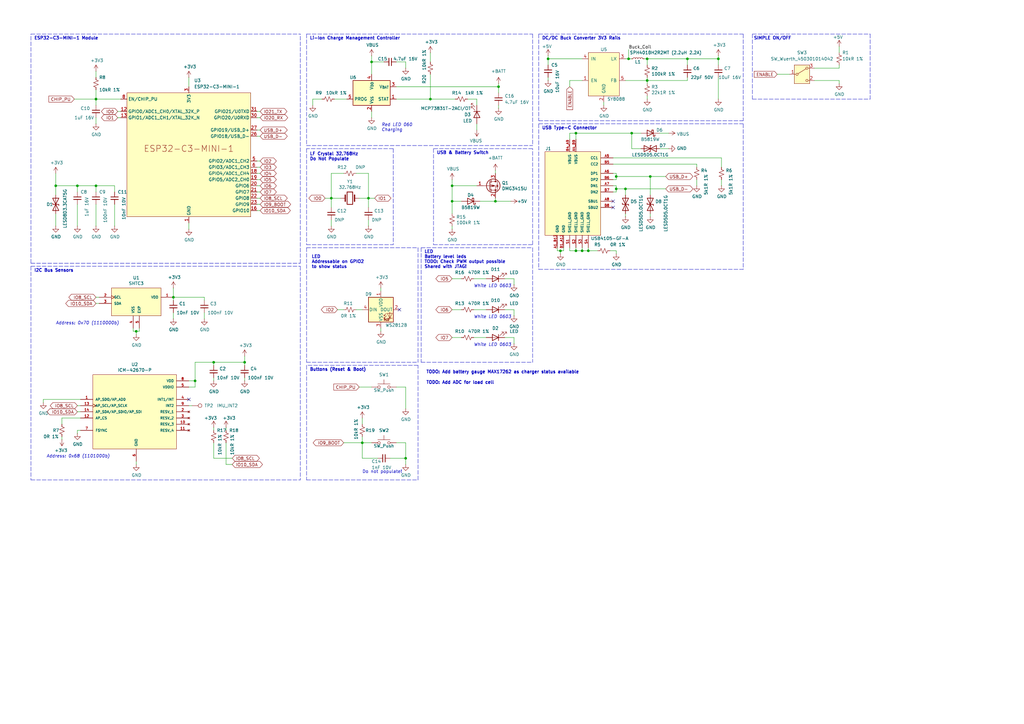
<source format=kicad_sch>
(kicad_sch (version 20250114) (generator "eeschema") (generator_version "9.0")
  (paper "A3")
  (title_block (title "ESP32-C3-Crimpdeq-Board") (date "2025-04-30") (rev "1.2a") (company "Crimpdeq") (comment 1 "ESP32-C3 Crimpdeq based board"))
  (text "USB Type-C Connector" (at 222.25 53.34 0) (effects (font (size 1.27 1.27) (thickness 0.254) (bold yes)) (justify left bottom)))
  (text "TODO: Add battery gauge MAX17262 as charger status available" (at 174.752 153.416 0) (effects (font (size 1.27 1.27) (thickness 0.254) (bold yes)) (justify left bottom)))
  (text "Do not populate!" (at 148.59 194.31 0) (effects (font (size 1.27 1.27)) (justify left bottom)))
  (text "Buttons (Reset & Boot)" (at 127 152.4 0) (effects (font (size 1.27 1.27) (thickness 0.254) (bold yes)) (justify left bottom)))
  (text "Address: 0x70 (1110000b)" (at 22.86 133.35 0) (effects (font (size 1.27 1.27) (italic yes)) (justify left bottom)))
  (text "Red LED 060\nCharging" (at 156.464 54.102 0) (effects (font (size 1.27 1.27) (italic yes)) (justify left bottom)))
  (text "LF Crystal 32.768Hz \nDo Not Populate" (at 127 66.04 0) (effects (font (size 1.27 1.27) (thickness 0.254) (bold yes)) (justify left bottom)))
  (text "DC/DC Buck Converter 3V3 Rails" (at 222.25 16.51 0) (effects (font (size 1.27 1.27) (thickness 0.254) (bold yes)) (justify left bottom)))
  (text "White LED 0603" (at 194.31 142.24 0) (effects (font (size 1.27 1.27) (italic yes)) (justify left bottom)))
  (text "USB & Battery Switch" (at 179.07 63.5 0) (effects (font (size 1.27 1.27) (thickness 0.254) (bold yes)) (justify left bottom)))
  (text "LED\nBattery level leds\nTODO: Check PWM output possible\nShared with JTAG!" (at 173.99 110.236 0) (effects (font (size 1.27 1.27) (thickness 0.254) (bold yes)) (justify left bottom)))
  (text "TODO: Add ADC for load cell" (at 174.752 157.734 0) (effects (font (size 1.27 1.27) (thickness 0.254) (bold yes)) (justify left bottom)))
  (text "White LED 0603" (at 194.31 130.81 0) (effects (font (size 1.27 1.27) (italic yes)) (justify left bottom)))
  (text "LED\nAddressable on GPIO2\nto show status" (at 127.762 110.236 0) (effects (font (size 1.27 1.27) (thickness 0.254) (bold yes)) (justify left bottom)))
  (text "Address: 0x68 (1101000b)" (at 19.05 187.96 0) (effects (font (size 1.27 1.27) (italic yes)) (justify left bottom)))
  (text "ESP32-C3-MINI-1 Module" (at 13.97 16.51 0) (effects (font (size 1.27 1.27) (thickness 0.254) (bold yes)) (justify left bottom)))
  (text "Li-Ion Charge Management Controller" (at 127 16.51 0) (effects (font (size 1.27 1.27) (thickness 0.254) (bold yes)) (justify left bottom)))
  (text "White LED 0603" (at 194.31 118.11 0) (effects (font (size 1.27 1.27) (italic yes)) (justify left bottom)))
  (text "SIMPLE ON/OFF" (at 309.118 16.51 0) (effects (font (size 1.27 1.27) (thickness 0.254) (bold yes)) (justify left bottom)))
  (text "I2C Bus Sensors" (at 13.97 111.76 0) (effects (font (size 1.27 1.27) (thickness 0.254) (bold yes)) (justify left bottom)))
  (junction (at 203.2 82.55))
  (junction (at 252.73 77.47))
  (junction (at 71.12 121.92))
  (junction (at 31.75 76.2))
  (junction (at 252.73 72.39))
  (junction (at 294.64 24.13))
  (junction (at 166.37 187.96))
  (junction (at 266.7 72.39))
  (junction (at 265.43 33.02))
  (junction (at 257.81 24.13))
  (junction (at 55.88 135.89))
  (junction (at 80.01 156.21))
  (junction (at 238.76 102.87))
  (junction (at 185.42 76.2))
  (junction (at 87.63 148.59))
  (junction (at 224.79 24.13))
  (junction (at 259.08 54.61))
  (junction (at 22.86 76.2))
  (junction (at 236.22 102.87))
  (junction (at 236.22 54.61))
  (junction (at 281.94 24.13))
  (junction (at 204.47 35.56))
  (junction (at 148.59 181.61))
  (junction (at 256.54 77.47))
  (junction (at 176.53 40.64))
  (junction (at 100.33 148.59))
  (junction (at 39.37 76.2))
  (junction (at 241.3 102.87))
  (junction (at 152.4 25.4))
  (junction (at 39.37 40.64))
  (junction (at 265.43 24.13))
  (junction (at 229.87 102.87))
  (junction (at 185.42 82.55))
  (junction (at 135.89 81.28))
  (junction (at 151.13 81.28))
  (no_connect (at 163.83 127))
  (no_connect (at 251.46 82.55))
  (no_connect (at 251.46 85.09))
  (no_connect (at 77.47 163.83))
  (polyline (pts (xy 172.72 101.6) (xy 172.72 148.59)) (stroke (width 0) (type dash)))
  (wire (pts (xy 236.22 54.61) (xy 259.08 54.61)))
  (polyline (pts (xy 12.7 13.97) (xy 123.19 13.97)) (stroke (width 0) (type dash)))
  (wire (pts (xy 247.65 41.91) (xy 247.65 43.18)))
  (polyline (pts (xy 356.87 13.97) (xy 356.87 40.64)) (stroke (width 0) (type dash)))
  (wire (pts (xy 46.99 83.82) (xy 46.99 92.71)))
  (polyline (pts (xy 177.8 100.33) (xy 218.44 100.33)) (stroke (width 0) (type dash)))
  (wire (pts (xy 148.59 179.07) (xy 148.59 181.61)))
  (wire (pts (xy 256.54 88.9) (xy 256.54 87.63)))
  (polyline (pts (xy 12.7 107.95) (xy 123.19 107.95)) (stroke (width 0) (type dash)))
  (wire (pts (xy 224.79 24.13) (xy 238.76 24.13)))
  (wire (pts (xy 71.12 118.11) (xy 71.12 121.92)))
  (wire (pts (xy 195.58 50.8) (xy 195.58 53.34)))
  (polyline (pts (xy 308.61 13.97) (xy 356.87 13.97)) (stroke (width 0) (type dash)))
  (wire (pts (xy 224.79 22.86) (xy 224.79 24.13)))
  (polyline (pts (xy 218.44 101.6) (xy 218.44 148.59)) (stroke (width 0) (type dash)))
  (wire (pts (xy 185.42 76.2) (xy 185.42 82.55)))
  (wire (pts (xy 100.33 148.59) (xy 87.63 148.59)))
  (wire (pts (xy 250.19 102.87) (xy 252.73 102.87)))
  (wire (pts (xy 30.48 40.64) (xy 39.37 40.64)))
  (wire (pts (xy 135.89 81.28) (xy 135.89 85.09)))
  (wire (pts (xy 135.89 81.28) (xy 133.35 81.28)))
  (wire (pts (xy 265.43 24.13) (xy 265.43 26.67)))
  (wire (pts (xy 100.33 146.05) (xy 100.33 148.59)))
  (wire (pts (xy 92.71 181.61) (xy 92.71 190.5)))
  (wire (pts (xy 33.02 176.53) (xy 31.75 176.53)))
  (wire (pts (xy 148.59 171.45) (xy 148.59 173.99)))
  (wire (pts (xy 39.37 48.26) (xy 39.37 50.8)))
  (wire (pts (xy 135.89 90.17) (xy 135.89 92.71)))
  (wire (pts (xy 265.43 39.37) (xy 265.43 40.64)))
  (wire (pts (xy 71.12 128.27) (xy 71.12 130.81)))
  (polyline (pts (xy 220.98 50.8) (xy 304.8 50.8)) (stroke (width 0) (type dash)))
  (wire (pts (xy 100.33 154.94) (xy 100.33 156.21)))
  (wire (pts (xy 207.01 138.43) (xy 210.82 138.43)))
  (wire (pts (xy 236.22 101.6) (xy 236.22 102.87)))
  (polyline (pts (xy 304.8 50.8) (xy 304.8 110.49)) (stroke (width 0) (type dash)))
  (wire (pts (xy 238.76 101.6) (xy 238.76 102.87)))
  (wire (pts (xy 185.42 82.55) (xy 185.42 87.63)))
  (wire (pts (xy 295.91 64.77) (xy 295.91 68.58)))
  (wire (pts (xy 162.56 158.75) (xy 166.37 158.75)))
  (polyline (pts (xy 220.98 49.53) (xy 304.8 49.53)) (stroke (width 0) (type dash)))
  (wire (pts (xy 139.7 81.28) (xy 135.89 81.28)))
  (wire (pts (xy 33.02 163.83) (xy 17.78 163.83)))
  (wire (pts (xy 33.02 171.45) (xy 25.4 171.45)))
  (polyline (pts (xy 123.19 109.22) (xy 123.19 196.85)) (stroke (width 0) (type dash)))
  (wire (pts (xy 252.73 77.47) (xy 256.54 77.47)))
  (wire (pts (xy 156.21 134.62) (xy 156.21 135.89)))
  (wire (pts (xy 334.01 33.02) (xy 344.17 33.02)))
  (wire (pts (xy 233.68 33.02) (xy 238.76 33.02)))
  (wire (pts (xy 166.37 187.96) (xy 166.37 190.5)))
  (wire (pts (xy 71.12 123.19) (xy 71.12 121.92)))
  (wire (pts (xy 176.53 40.64) (xy 186.69 40.64)))
  (wire (pts (xy 236.22 102.87) (xy 238.76 102.87)))
  (wire (pts (xy 294.64 24.13) (xy 294.64 26.67)))
  (wire (pts (xy 22.86 76.2) (xy 22.86 80.01)))
  (wire (pts (xy 204.47 34.29) (xy 204.47 35.56)))
  (wire (pts (xy 39.37 76.2) (xy 39.37 78.74)))
  (wire (pts (xy 152.4 25.4) (xy 157.48 25.4)))
  (wire (pts (xy 105.41 76.2) (xy 106.68 76.2)))
  (wire (pts (xy 259.08 54.61) (xy 262.89 54.61)))
  (wire (pts (xy 262.89 60.96) (xy 259.08 60.96)))
  (wire (pts (xy 256.54 80.01) (xy 256.54 77.47)))
  (wire (pts (xy 55.88 137.16) (xy 55.88 135.89)))
  (wire (pts (xy 83.82 128.27) (xy 83.82 130.81)))
  (wire (pts (xy 135.89 71.12) (xy 135.89 81.28)))
  (wire (pts (xy 77.47 91.44) (xy 77.47 93.98)))
  (wire (pts (xy 160.02 187.96) (xy 166.37 187.96)))
  (wire (pts (xy 233.68 102.87) (xy 236.22 102.87)))
  (wire (pts (xy 241.3 102.87) (xy 241.3 101.6)))
  (wire (pts (xy 285.75 73.66) (xy 285.75 76.2)))
  (wire (pts (xy 238.76 102.87) (xy 241.3 102.87)))
  (wire (pts (xy 148.59 187.96) (xy 154.94 187.96)))
  (wire (pts (xy 31.75 76.2) (xy 22.86 76.2)))
  (wire (pts (xy 252.73 73.66) (xy 251.46 73.66)))
  (wire (pts (xy 252.73 76.2) (xy 252.73 77.47)))
  (wire (pts (xy 203.2 71.12) (xy 203.2 69.85)))
  (wire (pts (xy 344.17 33.02) (xy 344.17 34.29)))
  (wire (pts (xy 204.47 35.56) (xy 204.47 38.1)))
  (wire (pts (xy 140.97 71.12) (xy 135.89 71.12)))
  (polyline (pts (xy 220.98 13.97) (xy 304.8 13.97)) (stroke (width 0) (type dash)))
  (wire (pts (xy 100.33 149.86) (xy 100.33 148.59)))
  (wire (pts (xy 152.4 48.26) (xy 152.4 45.72)))
  (wire (pts (xy 203.2 82.55) (xy 209.55 82.55)))
  (wire (pts (xy 257.81 24.13) (xy 259.08 24.13)))
  (wire (pts (xy 87.63 148.59) (xy 80.01 148.59)))
  (wire (pts (xy 106.68 55.88) (xy 105.41 55.88)))
  (wire (pts (xy 105.41 73.66) (xy 106.68 73.66)))
  (wire (pts (xy 256.54 77.47) (xy 273.05 77.47)))
  (wire (pts (xy 185.42 127) (xy 189.23 127)))
  (wire (pts (xy 105.41 71.12) (xy 106.68 71.12)))
  (wire (pts (xy 137.16 40.64) (xy 142.24 40.64)))
  (wire (pts (xy 236.22 54.61) (xy 236.22 57.15)))
  (wire (pts (xy 294.64 31.75) (xy 294.64 40.64)))
  (polyline (pts (xy 171.45 196.85) (xy 171.45 149.86)) (stroke (width 0) (type dash)))
  (wire (pts (xy 48.26 48.26) (xy 49.53 48.26)))
  (polyline (pts (xy 12.7 107.95) (xy 12.7 13.97)) (stroke (width 0) (type dash)))
  (wire (pts (xy 166.37 25.4) (xy 166.37 27.94)))
  (wire (pts (xy 54.61 134.62) (xy 54.61 135.89)))
  (wire (pts (xy 228.6 102.87) (xy 229.87 102.87)))
  (wire (pts (xy 105.41 78.74) (xy 106.68 78.74)))
  (wire (pts (xy 152.4 22.86) (xy 152.4 25.4)))
  (wire (pts (xy 55.88 135.89) (xy 57.15 135.89)))
  (polyline (pts (xy 12.7 109.22) (xy 123.19 109.22)) (stroke (width 0) (type dash)))
  (polyline (pts (xy 218.44 100.33) (xy 218.44 60.96)) (stroke (width 0) (type dash)))
  (wire (pts (xy 46.99 78.74) (xy 46.99 76.2)))
  (wire (pts (xy 166.37 181.61) (xy 166.37 187.96)))
  (wire (pts (xy 259.08 60.96) (xy 259.08 54.61)))
  (wire (pts (xy 77.47 31.75) (xy 77.47 35.56)))
  (wire (pts (xy 105.41 45.72) (xy 106.68 45.72)))
  (wire (pts (xy 54.61 135.89) (xy 55.88 135.89)))
  (wire (pts (xy 191.77 40.64) (xy 195.58 40.64)))
  (wire (pts (xy 156.21 118.11) (xy 156.21 119.38)))
  (wire (pts (xy 281.94 31.75) (xy 281.94 33.02)))
  (wire (pts (xy 251.46 76.2) (xy 252.73 76.2)))
  (wire (pts (xy 46.99 76.2) (xy 39.37 76.2)))
  (wire (pts (xy 207.01 127) (xy 210.82 127)))
  (wire (pts (xy 105.41 86.36) (xy 106.68 86.36)))
  (wire (pts (xy 266.7 72.39) (xy 273.05 72.39)))
  (polyline (pts (xy 220.98 13.97) (xy 220.98 49.53)) (stroke (width 0) (type dash)))
  (wire (pts (xy 256.54 33.02) (xy 265.43 33.02)))
  (wire (pts (xy 344.17 26.67) (xy 344.17 27.94)))
  (wire (pts (xy 77.47 158.75) (xy 80.01 158.75)))
  (polyline (pts (xy 125.73 13.97) (xy 125.73 59.69)) (stroke (width 0) (type dash)))
  (wire (pts (xy 176.53 21.59) (xy 176.53 25.4)))
  (polyline (pts (xy 125.73 13.97) (xy 218.44 13.97)) (stroke (width 0) (type dash)))
  (polyline (pts (xy 125.73 101.6) (xy 125.73 148.59)) (stroke (width 0) (type dash)))
  (wire (pts (xy 203.2 81.28) (xy 203.2 82.55)))
  (wire (pts (xy 231.14 102.87) (xy 231.14 101.6)))
  (wire (pts (xy 295.91 73.66) (xy 295.91 76.2)))
  (polyline (pts (xy 172.72 101.6) (xy 218.44 101.6)) (stroke (width 0) (type dash)))
  (wire (pts (xy 185.42 73.66) (xy 185.42 76.2)))
  (wire (pts (xy 166.37 158.75) (xy 166.37 167.64)))
  (wire (pts (xy 162.56 181.61) (xy 166.37 181.61)))
  (wire (pts (xy 83.82 123.19) (xy 83.82 121.92)))
  (wire (pts (xy 334.01 27.94) (xy 344.17 27.94)))
  (wire (pts (xy 294.64 22.86) (xy 294.64 24.13)))
  (wire (pts (xy 146.05 127) (xy 148.59 127)))
  (wire (pts (xy 138.43 127) (xy 140.97 127)))
  (wire (pts (xy 251.46 71.12) (xy 252.73 71.12)))
  (wire (pts (xy 92.71 175.26) (xy 92.71 176.53)))
  (wire (pts (xy 233.68 54.61) (xy 236.22 54.61)))
  (wire (pts (xy 194.31 138.43) (xy 199.39 138.43)))
  (wire (pts (xy 224.79 31.75) (xy 224.79 33.02)))
  (wire (pts (xy 265.43 24.13) (xy 281.94 24.13)))
  (wire (pts (xy 252.73 72.39) (xy 266.7 72.39)))
  (wire (pts (xy 210.82 138.43) (xy 210.82 140.97)))
  (wire (pts (xy 233.68 54.61) (xy 233.68 57.15)))
  (wire (pts (xy 185.42 138.43) (xy 189.23 138.43)))
  (polyline (pts (xy 218.44 60.96) (xy 177.8 60.96)) (stroke (width 0) (type dash)))
  (wire (pts (xy 55.88 189.23) (xy 55.88 190.5)))
  (wire (pts (xy 83.82 121.92) (xy 71.12 121.92)))
  (polyline (pts (xy 304.8 13.97) (xy 304.8 49.53)) (stroke (width 0) (type dash)))
  (wire (pts (xy 105.41 81.28) (xy 106.68 81.28)))
  (wire (pts (xy 224.79 26.67) (xy 224.79 24.13)))
  (wire (pts (xy 176.53 30.48) (xy 176.53 40.64)))
  (polyline (pts (xy 12.7 196.85) (xy 123.19 196.85)) (stroke (width 0) (type dash)))
  (wire (pts (xy 151.13 81.28) (xy 151.13 85.09)))
  (wire (pts (xy 229.87 102.87) (xy 231.14 102.87)))
  (wire (pts (xy 229.87 102.87) (xy 229.87 104.14)))
  (wire (pts (xy 39.37 29.21) (xy 39.37 31.75)))
  (wire (pts (xy 57.15 135.89) (xy 57.15 134.62)))
  (wire (pts (xy 195.58 40.64) (xy 195.58 43.18)))
  (polyline (pts (xy 172.72 148.59) (xy 218.44 148.59)) (stroke (width 0) (type dash)))
  (wire (pts (xy 189.23 82.55) (xy 185.42 82.55)))
  (wire (pts (xy 265.43 31.75) (xy 265.43 33.02)))
  (wire (pts (xy 31.75 166.37) (xy 33.02 166.37)))
  (wire (pts (xy 147.32 158.75) (xy 152.4 158.75)))
  (wire (pts (xy 270.51 54.61) (xy 274.32 54.61)))
  (polyline (pts (xy 125.73 149.86) (xy 125.73 196.85)) (stroke (width 0) (type dash)))
  (wire (pts (xy 241.3 102.87) (xy 245.11 102.87)))
  (wire (pts (xy 228.6 101.6) (xy 228.6 102.87)))
  (polyline (pts (xy 123.19 107.95) (xy 123.19 13.97)) (stroke (width 0) (type dash)))
  (wire (pts (xy 162.56 25.4) (xy 166.37 25.4)))
  (polyline (pts (xy 220.98 50.8) (xy 220.98 110.49)) (stroke (width 0) (type dash)))
  (wire (pts (xy 105.41 66.04) (xy 106.68 66.04)))
  (wire (pts (xy 87.63 175.26) (xy 87.63 176.53)))
  (wire (pts (xy 281.94 33.02) (xy 265.43 33.02)))
  (polyline (pts (xy 308.61 13.97) (xy 308.61 40.64)) (stroke (width 0) (type dash)))
  (wire (pts (xy 194.31 127) (xy 199.39 127)))
  (polyline (pts (xy 218.44 13.97) (xy 218.44 59.69)) (stroke (width 0) (type dash)))
  (wire (pts (xy 281.94 24.13) (xy 281.94 26.67)))
  (wire (pts (xy 105.41 83.82) (xy 106.68 83.82)))
  (polyline (pts (xy 161.29 60.96) (xy 161.29 100.33)) (stroke (width 0) (type dash)))
  (wire (pts (xy 210.82 114.3) (xy 210.82 116.84)))
  (wire (pts (xy 252.73 77.47) (xy 252.73 78.74)))
  (wire (pts (xy 146.05 71.12) (xy 151.13 71.12)))
  (wire (pts (xy 105.41 48.26) (xy 106.68 48.26)))
  (polyline (pts (xy 125.73 196.85) (xy 171.45 196.85)) (stroke (width 0) (type dash)))
  (wire (pts (xy 265.43 33.02) (xy 265.43 34.29)))
  (wire (pts (xy 256.54 24.13) (xy 257.81 24.13)))
  (wire (pts (xy 39.37 40.64) (xy 39.37 43.18)))
  (wire (pts (xy 344.17 19.05) (xy 344.17 21.59)))
  (polyline (pts (xy 161.29 60.96) (xy 125.73 60.96)) (stroke (width 0) (type dash)))
  (wire (pts (xy 162.56 35.56) (xy 204.47 35.56)))
  (wire (pts (xy 147.32 81.28) (xy 151.13 81.28)))
  (wire (pts (xy 252.73 71.12) (xy 252.73 72.39)))
  (wire (pts (xy 270.51 60.96) (xy 274.32 60.96)))
  (wire (pts (xy 39.37 40.64) (xy 49.53 40.64)))
  (wire (pts (xy 31.75 168.91) (xy 33.02 168.91)))
  (polyline (pts (xy 125.73 101.6) (xy 171.45 101.6)) (stroke (width 0) (type dash)))
  (polyline (pts (xy 308.61 40.64) (xy 356.87 40.64)) (stroke (width 0) (type dash)))
  (wire (pts (xy 39.37 124.46) (xy 40.64 124.46)))
  (polyline (pts (xy 12.7 109.22) (xy 12.7 196.85)) (stroke (width 0) (type dash)))
  (wire (pts (xy 80.01 148.59) (xy 80.01 156.21)))
  (wire (pts (xy 105.41 68.58) (xy 106.68 68.58)))
  (wire (pts (xy 281.94 24.13) (xy 294.64 24.13)))
  (wire (pts (xy 39.37 121.92) (xy 40.64 121.92)))
  (wire (pts (xy 152.4 25.4) (xy 152.4 30.48)))
  (wire (pts (xy 185.42 114.3) (xy 189.23 114.3)))
  (polyline (pts (xy 125.73 100.33) (xy 161.29 100.33)) (stroke (width 0) (type dash)))
  (wire (pts (xy 148.59 187.96) (xy 148.59 181.61)))
  (wire (pts (xy 204.47 44.45) (xy 204.47 43.18)))
  (wire (pts (xy 257.81 20.32) (xy 257.81 24.13)))
  (wire (pts (xy 264.16 24.13) (xy 265.43 24.13)))
  (wire (pts (xy 252.73 102.87) (xy 252.73 104.14)))
  (wire (pts (xy 31.75 176.53) (xy 31.75 177.8)))
  (wire (pts (xy 148.59 181.61) (xy 152.4 181.61)))
  (wire (pts (xy 25.4 171.45) (xy 25.4 173.99)))
  (wire (pts (xy 266.7 80.01) (xy 266.7 72.39)))
  (wire (pts (xy 140.97 181.61) (xy 148.59 181.61)))
  (wire (pts (xy 185.42 93.98) (xy 185.42 92.71)))
  (wire (pts (xy 25.4 180.34) (xy 25.4 179.07)))
  (wire (pts (xy 251.46 64.77) (xy 295.91 64.77)))
  (wire (pts (xy 48.26 45.72) (xy 49.53 45.72)))
  (wire (pts (xy 233.68 101.6) (xy 233.68 102.87)))
  (wire (pts (xy 106.68 53.34) (xy 105.41 53.34)))
  (wire (pts (xy 252.73 78.74) (xy 251.46 78.74)))
  (wire (pts (xy 132.08 40.64) (xy 128.27 40.64)))
  (wire (pts (xy 196.85 82.55) (xy 203.2 82.55)))
  (wire (pts (xy 266.7 88.9) (xy 266.7 87.63)))
  (wire (pts (xy 207.01 114.3) (xy 210.82 114.3)))
  (wire (pts (xy 128.27 40.64) (xy 128.27 43.18)))
  (wire (pts (xy 92.71 190.5) (xy 95.25 190.5)))
  (wire (pts (xy 77.47 156.21) (xy 80.01 156.21)))
  (polyline (pts (xy 177.8 60.96) (xy 177.8 100.33)) (stroke (width 0) (type dash)))
  (wire (pts (xy 195.58 76.2) (xy 185.42 76.2)))
  (polyline (pts (xy 125.73 60.96) (xy 125.73 100.33)) (stroke (width 0) (type dash)))
  (wire (pts (xy 31.75 76.2) (xy 39.37 76.2)))
  (wire (pts (xy 151.13 71.12) (xy 151.13 81.28)))
  (wire (pts (xy 22.86 87.63) (xy 22.86 92.71)))
  (wire (pts (xy 194.31 114.3) (xy 199.39 114.3)))
  (wire (pts (xy 87.63 181.61) (xy 87.63 187.96)))
  (wire (pts (xy 80.01 158.75) (xy 80.01 156.21)))
  (wire (pts (xy 285.75 67.31) (xy 285.75 68.58)))
  (wire (pts (xy 77.47 166.37) (xy 78.74 166.37)))
  (wire (pts (xy 151.13 90.17) (xy 151.13 92.71)))
  (wire (pts (xy 22.86 71.12) (xy 22.86 76.2)))
  (wire (pts (xy 151.13 81.28) (xy 153.67 81.28)))
  (wire (pts (xy 39.37 40.64) (xy 39.37 36.83)))
  (wire (pts (xy 31.75 92.71) (xy 31.75 83.82)))
  (wire (pts (xy 31.75 78.74) (xy 31.75 76.2)))
  (wire (pts (xy 87.63 187.96) (xy 95.25 187.96)))
  (wire (pts (xy 87.63 149.86) (xy 87.63 148.59)))
  (wire (pts (xy 233.68 33.02) (xy 233.68 35.56)))
  (wire (pts (xy 252.73 72.39) (xy 252.73 73.66)))
  (wire (pts (xy 87.63 154.94) (xy 87.63 156.21)))
  (polyline (pts (xy 171.45 149.86) (xy 125.73 149.86)) (stroke (width 0) (type dash)))
  (wire (pts (xy 210.82 127) (xy 210.82 129.54)))
  (wire (pts (xy 17.78 163.83) (xy 17.78 165.1)))
  (polyline (pts (xy 220.98 110.49) (xy 304.8 110.49)) (stroke (width 0) (type dash)))
  (wire (pts (xy 251.46 67.31) (xy 285.75 67.31)))
  (polyline (pts (xy 125.73 59.69) (xy 218.44 59.69)) (stroke (width 0) (type dash)))
  (wire (pts (xy 39.37 83.82) (xy 39.37 92.71)))
  (wire (pts (xy 162.56 40.64) (xy 176.53 40.64)))
  (wire (pts (xy 318.77 30.48) (xy 323.85 30.48)))
  (polyline (pts (xy 125.73 148.59) (xy 171.45 148.59)) (stroke (width 0) (type dash)))
  (polyline (pts (xy 171.45 101.6) (xy 171.45 148.59)) (stroke (width 0) (type dash)))
  (label "Buck_Coil" (at 257.81 20.32 0))
  (global_label "IO2" (shape bidirectional) (at 106.68 66.04 0) (property "Intersheetrefs" "${INTERSHEET_REFS}" (effects (hide yes))))
  (global_label "IO6" (shape bidirectional) (at 106.68 76.2 0) (property "Intersheetrefs" "${INTERSHEET_REFS}" (effects (hide yes))))
  (global_label "USB_D-" (shape bidirectional) (at 273.05 77.47 0) (property "Intersheetrefs" "${INTERSHEET_REFS}" (effects (hide yes))))
  (global_label "ENABLE" (shape input) (at 233.68 35.56 270) (property "Intersheetrefs" "${INTERSHEET_REFS}" (effects (hide yes))))
  (global_label "IO8_SCL" (shape bidirectional) (at 31.75 166.37 180) (property "Intersheetrefs" "${INTERSHEET_REFS}" (effects (hide yes))))
  (global_label "IO8_SCL" (shape bidirectional) (at 95.25 187.96 0) (property "Intersheetrefs" "${INTERSHEET_REFS}" (effects (hide yes))))
  (global_label "IO0" (shape bidirectional) (at 133.35 81.28 180) (property "Intersheetrefs" "${INTERSHEET_REFS}" (effects (hide yes))))
  (global_label "IO9_BOOT" (shape bidirectional) (at 140.97 181.61 180) (property "Intersheetrefs" "${INTERSHEET_REFS}" (effects (hide yes))))
  (global_label "USB_D+" (shape bidirectional) (at 106.68 53.34 0) (property "Intersheetrefs" "${INTERSHEET_REFS}" (effects (hide yes))))
  (global_label "IO8_SCL" (shape bidirectional) (at 39.37 121.92 180) (property "Intersheetrefs" "${INTERSHEET_REFS}" (effects (hide yes))))
  (global_label "IO10_SDA" (shape bidirectional) (at 31.75 168.91 180) (property "Intersheetrefs" "${INTERSHEET_REFS}" (effects (hide yes))))
  (global_label "IO8_SCL" (shape bidirectional) (at 106.68 81.28 0) (property "Intersheetrefs" "${INTERSHEET_REFS}" (effects (hide yes))))
  (global_label "IO1" (shape bidirectional) (at 48.26 48.26 180) (property "Intersheetrefs" "${INTERSHEET_REFS}" (effects (hide yes))))
  (global_label "IO5" (shape bidirectional) (at 185.42 114.3 180) (property "Intersheetrefs" "${INTERSHEET_REFS}" (effects (hide yes))))
  (global_label "IO7" (shape bidirectional) (at 185.42 138.43 180) (property "Intersheetrefs" "${INTERSHEET_REFS}" (effects (hide yes))))
  (global_label "IO0" (shape bidirectional) (at 48.26 45.72 180) (property "Intersheetrefs" "${INTERSHEET_REFS}" (effects (hide yes))))
  (global_label "USB_D+" (shape bidirectional) (at 273.05 72.39 0) (property "Intersheetrefs" "${INTERSHEET_REFS}" (effects (hide yes))))
  (global_label "IO3" (shape bidirectional) (at 106.68 68.58 0) (property "Intersheetrefs" "${INTERSHEET_REFS}" (effects (hide yes))))
  (global_label "IO10_SDA" (shape bidirectional) (at 106.68 86.36 0) (property "Intersheetrefs" "${INTERSHEET_REFS}" (effects (hide yes))))
  (global_label "IO1" (shape bidirectional) (at 153.67 81.28 0) (property "Intersheetrefs" "${INTERSHEET_REFS}" (effects (hide yes))))
  (global_label "IO5" (shape bidirectional) (at 106.68 73.66 0) (property "Intersheetrefs" "${INTERSHEET_REFS}" (effects (hide yes))))
  (global_label "IO4" (shape bidirectional) (at 106.68 71.12 0) (property "Intersheetrefs" "${INTERSHEET_REFS}" (effects (hide yes))))
  (global_label "IO9_BOOT" (shape bidirectional) (at 106.68 83.82 0) (property "Intersheetrefs" "${INTERSHEET_REFS}" (effects (hide yes))))
  (global_label "IO20_RX" (shape bidirectional) (at 106.68 48.26 0) (property "Intersheetrefs" "${INTERSHEET_REFS}" (effects (hide yes))))
  (global_label "CHIP_PU" (shape input) (at 30.48 40.64 180) (property "Intersheetrefs" "${INTERSHEET_REFS}" (effects (hide yes))))
  (global_label "CHIP_PU" (shape input) (at 147.32 158.75 180) (property "Intersheetrefs" "${INTERSHEET_REFS}" (effects (hide yes))))
  (global_label "ENABLE" (shape input) (at 318.77 30.48 180) (property "Intersheetrefs" "${INTERSHEET_REFS}" (effects (hide yes))))
  (global_label "IO10_SDA" (shape bidirectional) (at 95.25 190.5 0) (property "Intersheetrefs" "${INTERSHEET_REFS}" (effects (hide yes))))
  (global_label "IO7" (shape bidirectional) (at 106.68 78.74 0) (property "Intersheetrefs" "${INTERSHEET_REFS}" (effects (hide yes))))
  (global_label "IO21_TX" (shape bidirectional) (at 106.68 45.72 0) (property "Intersheetrefs" "${INTERSHEET_REFS}" (effects (hide yes))))
  (global_label "USB_D-" (shape bidirectional) (at 106.68 55.88 0) (property "Intersheetrefs" "${INTERSHEET_REFS}" (effects (hide yes))))
  (global_label "IO10_SDA" (shape bidirectional) (at 39.37 124.46 180) (property "Intersheetrefs" "${INTERSHEET_REFS}" (effects (hide yes))))
  (global_label "IO6" (shape bidirectional) (at 185.42 127 180) (property "Intersheetrefs" "${INTERSHEET_REFS}" (effects (hide yes))))
  (global_label "IO2" (shape bidirectional) (at 138.43 127 180) (property "Intersheetrefs" "${INTERSHEET_REFS}" (effects (hide yes))))
  (symbol (lib_id "Rust_Board:ICM-42670-P") (at 55.88 168.91 0) (unit 1)
    (property "Reference" "U2" (at 55.245 149.479 0))
    (property "Value" "ICM-42670-P" (at 55.245 151.7904 0))
    (property "Footprint" "IC_ICM-42670-P" (effects (hide yes)))
    (property "MAXIMUM_PACKAGE_HEIGHT" "0.81mm" (effects (hide yes)))
    (property "MANUFACTURER" "TDK InvenSense" (effects (hide yes)))
    (property "PARTREV" "1.0" (effects (hide yes)))
    (property "STANDARD" "Manufacturer Recommendations" (effects (hide yes)))
  )
  (symbol (lib_id "Rust_Board:SHTC3") (at 55.88 119.38 0) (unit 1)
    (property "Reference" "U1" (at 55.88 113.919 0))
    (property "Value" "SHTC3" (at 55.88 116.2304 0))
    (property "Footprint" "SON100P200X200X80-5N" (effects (hide yes)))
    (property "PARTREV" "3" (effects (hide yes)))
    (property "MANUFACTURER" "Sensirion" (effects (hide yes)))
    (property "MAXIMUM_PACKAGE_HEIGHT" "0.80mm" (effects (hide yes)))
    (property "STANDARD" "IPC-7351B" (effects (hide yes)))
    (property "LCSC" "C194656" (effects (hide yes)))
  )
  (symbol (lib_id "Rust_Board:SY8088") (at 247.65 30.48 0) (unit 1)
    (property "Reference" "U5" (at 247.65 20.32 0))
    (property "Value" "SY8088" (at 252.73 40.64 0))
    (property "Footprint" "Package_TO_SOT_SMD:SOT-23-5" (effects (hide yes)))
    (property "Datasheet" "https://www.lcsc.com/datasheet/lcsc_datasheet_2001171834_Silergy-Corp-SY8088IAAC_C479072.pdf" (effects (hide yes)))
    (property "Description" "SY8088I is a high efficiency 1.5MHz synchronous step down DC/DC regulator capable of delivering up to 1Aoutput current. It can operate over a wide input voltage range  from  2.5V  to  5.5V  and  integrates  main  switch and   synchronous   switch   with   very   low   RDS(ON)   to minimize the conduction loss." (effects (hide yes)))
    (property "LCSC" "C479072" (effects (hide yes)))
  )
  (symbol (lib_id "Rust_Board:USB4105-GF-A") (at 234.95 78.74 0) (unit 1)
    (property "Reference" "J1" (at 226.06 60.96 0) (effects (justify right)))
    (property "Value" "USB4105-GF-A" (at 257.81 97.79 0) (effects (justify right)))
    (property "Footprint" "GCT_USB4105-GF-A" (effects (hide yes)))
    (property "PARTREV" "A3" (effects (hide yes)))
    (property "STANDARD" "Manufacturer Recommendations" (effects (hide yes)))
    (property "MAXIMUM_PACKAGE_HEIGHT" "3.31 mm" (effects (hide yes)))
    (property "MANUFACTURER" "GCT" (effects (hide yes)))
    (property "LCSC" "C165948" (effects (hide yes)))
  )
  (symbol (lib_id "power:GND") (at 247.65 43.18 0) (unit 1)
    (property "Reference" "#PWR0101" (effects (hide yes)))
    (property "Value" "GND" (at 247.777 47.5742 0))
  )
  (symbol (lib_id "Device:C_Small") (at 224.79 29.21 0) (unit 1)
    (property "Reference" "C5" (at 226.06 26.67 0) (effects (justify left)))
    (property "Value" "10uF 16V" (at 228.6 38.1 90) (effects (justify left)))
    (property "Footprint" "Capacitor_SMD:C_0805_2012Metric" (effects (hide yes)))
    (property "LCSC" "C15850" (effects (hide yes)))
  )
  (symbol (lib_id "Device:C_Small") (at 281.94 29.21 0) (unit 1)
    (property "Reference" "C6" (at 284.2768 28.0416 0) (effects (justify left)))
    (property "Value" "22pF 50V" (at 283.21 31.75 0) (effects (justify left)))
    (property "Footprint" "Capacitor_SMD:C_0603_1608Metric" (effects (hide yes)))
    (property "LCSC" "C1653" (effects (hide yes)))
  )
  (symbol (lib_id "Device:C_Small") (at 294.64 29.21 0) (unit 1)
    (property "Reference" "C7" (at 296.9768 28.0416 0) (effects (justify left)))
    (property "Value" "10uF 16V" (at 294.64 31.75 0) (effects (justify left)))
    (property "Footprint" "Capacitor_SMD:C_0805_2012Metric" (effects (hide yes)))
    (property "LCSC" "C15850" (effects (hide yes)))
  )
  (symbol (lib_id "Device:R_Small_US") (at 265.43 29.21 0) (unit 1)
    (property "Reference" "R2" (at 267.1572 28.0416 0) (effects (justify left)))
    (property "Value" "100kR 1%" (at 267.1572 30.353 0) (effects (justify left)))
    (property "Footprint" "Resistor_SMD:R_0402_1005Metric" (effects (hide yes)))
    (property "LCSC" "C25741" (effects (hide yes)))
  )
  (symbol (lib_id "Device:R_Small_US") (at 265.43 36.83 0) (unit 1)
    (property "Reference" "R3" (at 267.1572 35.6616 0) (effects (justify left)))
    (property "Value" "22k1R 1%" (at 267.1572 37.973 0) (effects (justify left)))
    (property "Footprint" "Resistor_SMD:R_0402_1005Metric" (effects (hide yes)))
    (property "LCSC" "C43473" (effects (hide yes)))
  )
  (symbol (lib_id "Device:L_Small") (at 261.62 24.13 90) (unit 1)
    (property "Reference" "L1" (at 261.62 25.4 90))
    (property "Value" "SPH4018H2R2MT (2.2uH 2.2A)" (at 273.05 21.59 90))
    (property "Footprint" "Inductor_SMD:L_Bourns-SRN4018" (effects (hide yes)))
    (property "LCSC" "C370436" (effects (hide yes)))
  )
  (symbol (lib_id "power:GND") (at 265.43 40.64 0) (unit 1)
    (property "Reference" "#PWR0102" (effects (hide yes)))
    (property "Value" "GND" (at 265.557 45.0342 0))
  )
  (symbol (lib_id "power:GND") (at 294.64 40.64 0) (unit 1)
    (property "Reference" "#PWR0103" (effects (hide yes)))
    (property "Value" "GND" (at 294.767 45.0342 0))
  )
  (symbol (lib_id "power:GND") (at 224.79 33.02 0) (unit 1)
    (property "Reference" "#PWR0104" (effects (hide yes)))
    (property "Value" "GND" (at 224.917 37.4142 0))
  )
  (symbol (lib_id "power:+3V3") (at 294.64 22.86 0) (unit 1)
    (property "Reference" "#PWR0106" (effects (hide yes)))
    (property "Value" "+3V3" (at 295.021 18.4658 0))
  )
  (symbol (lib_id "Device:R_Small_US") (at 344.17 24.13 0) (unit 1)
    (property "Reference" "R1" (at 345.44 21.59 0) (effects (justify left)))
    (property "Value" "10kR 1%" (at 345.44 24.13 0) (effects (justify left)))
    (property "Footprint" "Resistor_SMD:R_0402_1005Metric" (effects (hide yes)))
    (property "LCSC" "C25744" (effects (hide yes)))
  )
  (symbol (lib_id "power:VBUS") (at 274.32 54.61 270) (unit 1)
    (property "Reference" "#PWR0107" (effects (hide yes)))
    (property "Value" "VBUS" (at 277.5712 54.991 90) (effects (justify left)))
  )
  (symbol (lib_id "power:GND") (at 252.73 104.14 0) (unit 1)
    (property "Reference" "#PWR0108" (effects (hide yes)))
    (property "Value" "GND" (at 252.857 108.5342 0))
  )
  (symbol (lib_id "Device:R_Small_US") (at 285.75 71.12 0) (unit 1)
    (property "Reference" "R4" (at 287.4772 69.9516 0) (effects (justify left)))
    (property "Value" "5k1R 1%" (at 289.56 80.01 90) (effects (justify left)))
    (property "Footprint" "Resistor_SMD:R_0402_1005Metric" (effects (hide yes)))
    (property "LCSC" "C25905" (effects (hide yes)))
  )
  (symbol (lib_id "Device:R_Small_US") (at 295.91 71.12 0) (unit 1)
    (property "Reference" "R6" (at 297.6372 69.9516 0) (effects (justify left)))
    (property "Value" "5k1R 1%" (at 299.72 80.01 90) (effects (justify left)))
    (property "Footprint" "Resistor_SMD:R_0402_1005Metric" (effects (hide yes)))
    (property "LCSC" "C25905" (effects (hide yes)))
  )
  (symbol (lib_id "power:GND") (at 256.54 88.9 0) (unit 1)
    (property "Reference" "#PWR0109" (effects (hide yes)))
    (property "Value" "GND" (at 256.667 93.2942 0))
  )
  (symbol (lib_id "power:GND") (at 295.91 76.2 0) (unit 1)
    (property "Reference" "#PWR0110" (effects (hide yes)))
    (property "Value" "GND" (at 296.037 80.5942 0))
  )
  (symbol (lib_id "power:GND") (at 55.88 190.5 0) (unit 1)
    (property "Reference" "#PWR0114" (effects (hide yes)))
    (property "Value" "GND" (at 56.007 194.8942 0))
  )
  (symbol (lib_id "power:GND") (at 31.75 177.8 0) (unit 1)
    (property "Reference" "#PWR0115" (effects (hide yes)))
    (property "Value" "GND" (at 31.877 182.1942 0))
  )
  (symbol (lib_id "power:GND") (at 17.78 165.1 0) (unit 1)
    (property "Reference" "#PWR0116" (effects (hide yes)))
    (property "Value" "GND" (at 17.907 169.4942 0))
  )
  (symbol (lib_id "power:+3V3") (at 100.33 146.05 0) (unit 1)
    (property "Reference" "#PWR0117" (effects (hide yes)))
    (property "Value" "+3V3" (at 100.711 141.6558 0))
  )
  (symbol (lib_id "power:+3V3") (at 25.4 180.34 180) (unit 1)
    (property "Reference" "#PWR0118" (effects (hide yes)))
    (property "Value" "+3V3" (at 25.019 184.7342 0))
  )
  (symbol (lib_id "Connector:TestPoint") (at 78.74 166.37 270) (unit 1) (in_bom no)
    (property "Reference" "TP2" (at 83.82 166.37 90) (effects (justify left)))
    (property "Value" "IMU_INT2" (at 88.9 166.37 90) (effects (justify left)))
    (property "Footprint" "TestPoint:TestPoint_Pad_D1.0mm" (effects (hide yes)))
  )
  (symbol (lib_id "Device:C_Small") (at 87.63 152.4 0) (unit 1)
    (property "Reference" "C2" (at 89.9668 151.2316 0) (effects (justify left)))
    (property "Value" "10nF 10V" (at 88.9 154.94 0) (effects (justify left)))
    (property "Footprint" "Capacitor_SMD:C_0402_1005Metric" (effects (hide yes)))
    (property "LCSC" "C15195" (effects (hide yes)))
  )
  (symbol (lib_id "power:GND") (at 87.63 156.21 0) (unit 1)
    (property "Reference" "#PWR0119" (effects (hide yes)))
    (property "Value" "GND" (at 87.757 160.6042 0))
  )
  (symbol (lib_id "Device:C_Small") (at 100.33 152.4 0) (unit 1)
    (property "Reference" "C4" (at 102.6668 151.2316 0) (effects (justify left)))
    (property "Value" "100nF 10V" (at 101.6 154.94 0) (effects (justify left)))
    (property "Footprint" "Capacitor_SMD:C_0402_1005Metric" (effects (hide yes)))
    (property "LCSC" "C1525" (effects (hide yes)))
  )
  (symbol (lib_id "power:GND") (at 100.33 156.21 0) (unit 1)
    (property "Reference" "#PWR0120" (effects (hide yes)))
    (property "Value" "GND" (at 100.457 160.6042 0))
  )
  (symbol (lib_id "power:GND") (at 55.88 137.16 0) (unit 1)
    (property "Reference" "#PWR0121" (effects (hide yes)))
    (property "Value" "GND" (at 56.007 141.5542 0))
  )
  (symbol (lib_id "power:+3V3") (at 71.12 118.11 0) (unit 1)
    (property "Reference" "#PWR0122" (effects (hide yes)))
    (property "Value" "+3V3" (at 71.501 113.7158 0))
  )
  (symbol (lib_id "Device:C_Small") (at 71.12 125.73 0) (unit 1)
    (property "Reference" "C1" (at 73.4568 124.5616 0) (effects (justify left)))
    (property "Value" "10nF 10V" (at 72.39 128.27 0) (effects (justify left)))
    (property "Footprint" "Capacitor_SMD:C_0402_1005Metric" (effects (hide yes)))
    (property "LCSC" "C15195" (effects (hide yes)))
  )
  (symbol (lib_id "Device:C_Small") (at 83.82 125.73 0) (unit 1)
    (property "Reference" "C3" (at 86.1568 124.5616 0) (effects (justify left)))
    (property "Value" "100nF 10V" (at 85.09 128.27 0) (effects (justify left)))
    (property "Footprint" "Capacitor_SMD:C_0402_1005Metric" (effects (hide yes)))
    (property "LCSC" "C1525" (effects (hide yes)))
  )
  (symbol (lib_id "power:GND") (at 71.12 130.81 0) (unit 1)
    (property "Reference" "#PWR0123" (effects (hide yes)))
    (property "Value" "GND" (at 71.247 135.2042 0))
  )
  (symbol (lib_id "power:GND") (at 83.82 130.81 0) (unit 1)
    (property "Reference" "#PWR0124" (effects (hide yes)))
    (property "Value" "GND" (at 83.947 135.2042 0))
  )
  (symbol (lib_id "Switch:SW_Push") (at 157.48 158.75 0) (unit 1)
    (property "Reference" "SW1" (at 157.48 153.67 0))
    (property "Value" "SW_Push" (at 157.48 160.02 0))
    (property "Footprint" "Button_Switch_SMD:SW_SPST_PTS810" (effects (hide yes)))
    (property "LCSC" "C116501" (effects (hide yes)))
  )
  (symbol (lib_id "Switch:SW_Push") (at 157.48 181.61 0) (unit 1)
    (property "Reference" "SW2" (at 157.48 176.53 0))
    (property "Value" "SW_Push" (at 157.48 182.88 0))
    (property "Footprint" "Button_Switch_SMD:SW_SPST_PTS810" (effects (hide yes)))
    (property "LCSC" "C116501" (effects (hide yes)))
  )
  (symbol (lib_id "Device:C_Small") (at 46.99 81.28 0) (unit 1)
    (property "Reference" "C11" (at 48.26 78.74 0) (effects (justify left)))
    (property "Value" "10nF 10V" (at 50.8 90.17 90) (effects (justify left)))
    (property "Footprint" "Capacitor_SMD:C_0402_1005Metric" (effects (hide yes)))
    (property "LCSC" "C15195" (effects (hide yes)))
  )
  (symbol (lib_id "Device:C_Small") (at 39.37 81.28 0) (unit 1)
    (property "Reference" "C9" (at 40.64 78.74 0) (effects (justify left)))
    (property "Value" "100nF 10V" (at 43.18 91.44 90) (effects (justify left)))
    (property "Footprint" "Capacitor_SMD:C_0402_1005Metric" (effects (hide yes)))
    (property "LCSC" "C1525" (effects (hide yes)))
  )
  (symbol (lib_id "power:GND") (at 39.37 92.71 0) (unit 1)
    (property "Reference" "#PWR0105" (effects (hide yes)))
    (property "Value" "GND" (at 39.497 97.1042 0))
  )
  (symbol (lib_id "power:GND") (at 46.99 92.71 0) (unit 1)
    (property "Reference" "#PWR0125" (effects (hide yes)))
    (property "Value" "GND" (at 47.117 97.1042 0))
  )
  (symbol (lib_id "power:+3V3") (at 22.86 71.12 0) (unit 1)
    (property "Reference" "#PWR0126" (effects (hide yes)))
    (property "Value" "+3V3" (at 23.241 66.7258 0))
  )
  (symbol (lib_id "power:GND") (at 77.47 93.98 0) (unit 1)
    (property "Reference" "#PWR0127" (effects (hide yes)))
    (property "Value" "GND" (at 77.597 98.3742 0))
  )
  (symbol (lib_id "Device:R_Small_US") (at 39.37 34.29 0) (unit 1)
    (property "Reference" "R8" (at 40.64 31.75 0) (effects (justify left)))
    (property "Value" "10kR 1%" (at 40.64 36.83 0) (effects (justify left)))
    (property "Footprint" "Resistor_SMD:R_0402_1005Metric" (effects (hide yes)))
    (property "LCSC" "C25744" (effects (hide yes)))
  )
  (symbol (lib_id "power:+3V3") (at 39.37 29.21 0) (unit 1)
    (property "Reference" "#PWR0139" (effects (hide yes)))
    (property "Value" "+3V3" (at 39.751 24.8158 0))
  )
  (symbol (lib_id "Device:C_Small") (at 39.37 45.72 0) (unit 1)
    (property "Reference" "C10" (at 33.02 44.45 0) (effects (justify left)))
    (property "Value" "1uF 16V" (at 30.48 48.26 0) (effects (justify left)))
    (property "Footprint" "Capacitor_SMD:C_0402_1005Metric" (effects (hide yes)))
    (property "LCSC" "C52923" (effects (hide yes)))
  )
  (symbol (lib_id "power:GND") (at 39.37 50.8 0) (unit 1)
    (property "Reference" "#PWR0128" (effects (hide yes)))
    (property "Value" "GND" (at 39.497 55.1942 0))
  )
  (symbol (lib_id "Device:R_Small_US") (at 87.63 179.07 0) (unit 1)
    (property "Reference" "R17" (at 88.9 176.53 0) (effects (justify left)))
    (property "Value" "10kR 1%" (at 90.17 186.69 90) (effects (justify left)))
    (property "Footprint" "Resistor_SMD:R_0402_1005Metric" (effects (hide yes)))
    (property "LCSC" "C25744" (effects (hide yes)))
  )
  (symbol (lib_id "Device:R_Small_US") (at 92.71 179.07 0) (unit 1)
    (property "Reference" "R18" (at 93.98 176.53 0) (effects (justify left)))
    (property "Value" "10kR 1%" (at 95.25 186.69 90) (effects (justify left)))
    (property "Footprint" "Resistor_SMD:R_0402_1005Metric" (effects (hide yes)))
    (property "LCSC" "C25744" (effects (hide yes)))
  )
  (symbol (lib_id "power:+3V3") (at 87.63 175.26 0) (unit 1)
    (property "Reference" "#PWR0134" (effects (hide yes)))
    (property "Value" "+3V3" (at 86.36 171.45 0))
  )
  (symbol (lib_id "power:+3V3") (at 92.71 175.26 0) (unit 1)
    (property "Reference" "#PWR0135" (effects (hide yes)))
    (property "Value" "+3V3" (at 93.98 171.45 0))
  )
  (symbol (lib_id "Device:LED") (at 203.2 138.43 180) (unit 1)
    (property "Reference" "D2" (at 203.2 134.62 0))
    (property "Value" "LED" (at 210.82 135.89 0))
    (property "Footprint" "LED_SMD:LED_0603_1608Metric" (effects (hide yes)))
    (property "LCSC" "C2286" (effects (hide yes)))
  )
  (symbol (lib_id "Device:R_Small_US") (at 191.77 138.43 90) (unit 1)
    (property "Reference" "R10" (at 190.5 135.89 90) (effects (justify left)))
    (property "Value" "470R 1%" (at 200.66 135.89 90) (effects (justify left)))
    (property "Footprint" "Resistor_SMD:R_0402_1005Metric" (effects (hide yes)))
    (property "LCSC" "C25117" (effects (hide yes)))
  )
  (symbol (lib_id "power:GND") (at 210.82 140.97 0) (unit 1)
    (property "Reference" "#PWR0136" (effects (hide yes)))
    (property "Value" "GND" (at 210.947 145.3642 0))
  )
  (symbol (lib_id "power:GND") (at 166.37 167.64 0) (unit 1)
    (property "Reference" "#PWR0137" (effects (hide yes)))
    (property "Value" "GND" (at 166.497 172.0342 0))
  )
  (symbol (lib_id "power:GND") (at 166.37 190.5 0) (unit 1)
    (property "Reference" "#PWR0138" (effects (hide yes)))
    (property "Value" "GND" (at 166.497 194.8942 0))
  )
  (symbol (lib_id "Device:C_Small") (at 157.48 187.96 270) (unit 1) (in_bom no)
    (property "Reference" "C14" (at 152.4 189.23 90) (effects (justify left)))
    (property "Value" "1nF 10V" (at 152.4 191.77 90) (effects (justify left)))
    (property "Footprint" "Capacitor_SMD:C_0402_1005Metric" (effects (hide yes)))
    (property "LCSC" "C1523" (effects (hide yes)))
  )
  (symbol (lib_id "Device:C_Small") (at 31.75 81.28 0) (unit 1)
    (property "Reference" "C8" (at 33.02 78.74 0) (effects (justify left)))
    (property "Value" "1uF 16V" (at 35.56 88.9 90) (effects (justify left)))
    (property "Footprint" "Capacitor_SMD:C_0402_1005Metric" (effects (hide yes)))
    (property "LCSC" "C52923" (effects (hide yes)))
  )
  (symbol (lib_id "power:GND") (at 31.75 92.71 0) (unit 1)
    (property "Reference" "#PWR0140" (effects (hide yes)))
    (property "Value" "GND" (at 31.877 97.1042 0))
  )
  (symbol (lib_id "Device:Crystal") (at 143.51 81.28 0) (unit 1) (in_bom no)
    (property "Reference" "Y1" (at 143.51 74.4728 0))
    (property "Value" "32.768Hz" (at 143.51 76.7842 0))
    (property "Footprint" "Crystal:Crystal_SMD_3215-2Pin_3.2x1.5mm" (effects (hide yes)))
  )
  (symbol (lib_id "Device:C_Small") (at 135.89 87.63 0) (unit 1) (in_bom no)
    (property "Reference" "C12" (at 138.2268 86.4616 0) (effects (justify left)))
    (property "Value" "DNP" (at 137.16 90.17 0) (effects (justify left)))
    (property "Footprint" "Capacitor_SMD:C_0402_1005Metric" (effects (hide yes)))
  )
  (symbol (lib_id "Device:C_Small") (at 151.13 87.63 0) (unit 1) (in_bom no)
    (property "Reference" "C13" (at 153.4668 86.4616 0) (effects (justify left)))
    (property "Value" "DNP" (at 152.4 90.17 0) (effects (justify left)))
    (property "Footprint" "Capacitor_SMD:C_0402_1005Metric" (effects (hide yes)))
  )
  (symbol (lib_id "Device:R_Small_US") (at 143.51 71.12 90) (unit 1) (in_bom no)
    (property "Reference" "R12" (at 142.24 68.58 90) (effects (justify left)))
    (property "Value" "DNP" (at 149.86 68.58 90) (effects (justify left)))
    (property "Footprint" "Resistor_SMD:R_0402_1005Metric" (effects (hide yes)))
  )
  (symbol (lib_id "power:GND") (at 135.89 92.71 0) (unit 1)
    (property "Reference" "#PWR0141" (effects (hide yes)))
    (property "Value" "GND" (at 136.017 97.1042 0))
  )
  (symbol (lib_id "power:GND") (at 151.13 92.71 0) (unit 1)
    (property "Reference" "#PWR0142" (effects (hide yes)))
    (property "Value" "GND" (at 151.257 97.1042 0))
  )
  (symbol (lib_id "Device:R_Small_US") (at 25.4 176.53 0) (unit 1)
    (property "Reference" "R7" (at 21.59 176.53 0) (effects (justify left)))
    (property "Value" "0R 1%" (at 17.78 179.07 0) (effects (justify left)))
    (property "Footprint" "Resistor_SMD:R_0402_1005Metric" (effects (hide yes)))
    (property "LCSC" "C17168" (effects (hide yes)))
  )
  (symbol (lib_id "Device:D_TVS") (at 256.54 83.82 270) (unit 1)
    (property "Reference" "D5" (at 258.572 82.6516 90) (effects (justify left)))
    (property "Value" "LESD5D5.0CT1G" (at 262.89 80.01 0) (effects (justify left)))
    (property "Footprint" "Diode_SMD:D_SOD-523" (effects (hide yes)))
    (property "LCSC" "C383211" (effects (hide yes)))
  )
  (symbol (lib_id "Device:D_TVS") (at 266.7 83.82 270) (unit 1)
    (property "Reference" "D8" (at 268.732 82.6516 90) (effects (justify left)))
    (property "Value" "LESD5D5.0CT1G" (at 273.05 80.01 0) (effects (justify left)))
    (property "Footprint" "Diode_SMD:D_SOD-523" (effects (hide yes)))
    (property "LCSC" "C383211" (effects (hide yes)))
  )
  (symbol (lib_id "power:GND") (at 266.7 88.9 0) (unit 1)
    (property "Reference" "#PWR0143" (effects (hide yes)))
    (property "Value" "GND" (at 266.827 93.2942 0))
  )
  (symbol (lib_id "Device:D_TVS") (at 22.86 83.82 270) (unit 1)
    (property "Reference" "D1" (at 19.05 83.82 90) (effects (justify left)))
    (property "Value" "LESD8D3.3CAT5G" (at 26.67 77.47 0) (effects (justify left)))
    (property "Footprint" "Rust_Board:SOD-882" (effects (hide yes)))
    (property "LCSC" "C172409" (effects (hide yes)))
  )
  (symbol (lib_id "power:GND") (at 22.86 92.71 0) (unit 1)
    (property "Reference" "#PWR0144" (effects (hide yes)))
    (property "Value" "GND" (at 22.987 97.1042 0))
  )
  (symbol (lib_id "power:GND") (at 285.75 76.2 0) (unit 1)
    (property "Reference" "#PWR0145" (effects (hide yes)))
    (property "Value" "GND" (at 285.877 80.5942 0))
  )
  (symbol (lib_id "Device:D_TVS") (at 266.7 60.96 0) (unit 1)
    (property "Reference" "D7" (at 271.78 59.69 0))
    (property "Value" "LESD5D5.0CT1G" (at 266.7 63.5 0))
    (property "Footprint" "Diode_SMD:D_SOD-523" (effects (hide yes)))
    (property "LCSC" "C383211" (effects (hide yes)))
  )
  (symbol (lib_id "power:GND") (at 274.32 60.96 90) (unit 1)
    (property "Reference" "#PWR0146" (effects (hide yes)))
    (property "Value" "GND" (at 277.5712 60.833 90) (effects (justify right)))
  )
  (symbol (lib_id "power:+5V") (at 224.79 22.86 0) (unit 1)
    (property "Reference" "#PWR0147" (effects (hide yes)))
    (property "Value" "+5V" (at 222.25 19.05 0) (effects (justify left)))
  )
  (symbol (lib_id "Battery_Management:MCP73831-2-OT") (at 152.4 38.1 0) (unit 1)
    (property "Reference" "U6" (at 144.78 31.75 0))
    (property "Value" "MCP73831T-2ACI/OT" (at 182.88 44.45 0))
    (property "Footprint" "Package_TO_SOT_SMD:SOT-23-5" (effects (hide yes)))
    (property "Datasheet" "http://ww1.microchip.com/downloads/en/DeviceDoc/20001984g.pdf" (effects (hide yes)))
    (property "LCSC" "C424093" (effects (hide yes)))
  )
  (symbol (lib_id "Device:R_Small_US") (at 189.23 40.64 90) (unit 1)
    (property "Reference" "R14" (at 189.23 38.1 90) (effects (justify left)))
    (property "Value" "1kR 1%" (at 198.12 38.1 90) (effects (justify left)))
    (property "Footprint" "Resistor_SMD:R_0402_1005Metric" (effects (hide yes)))
    (property "LCSC" "C11702" (effects (hide yes)))
  )
  (symbol (lib_id "Device:C_Small") (at 204.47 40.64 0) (unit 1)
    (property "Reference" "C16" (at 207.01 39.37 0) (effects (justify left)))
    (property "Value" "4.7uF 16V" (at 207.01 41.91 0) (effects (justify left)))
    (property "Footprint" "Capacitor_SMD:C_0603_1608Metric" (effects (hide yes)))
    (property "LCSC" "C19666" (effects (hide yes)))
  )
  (symbol (lib_id "power:GND") (at 152.4 48.26 0) (unit 1)
    (property "Reference" "#PWR0148" (effects (hide yes)))
    (property "Value" "GND" (at 152.527 52.6542 0))
  )
  (symbol (lib_id "power:GND") (at 204.47 44.45 0) (unit 1)
    (property "Reference" "#PWR0149" (effects (hide yes)))
    (property "Value" "GND" (at 204.597 48.8442 0))
  )
  (symbol (lib_id "power:+BATT") (at 204.47 34.29 0) (unit 1)
    (property "Reference" "#PWR0150" (effects (hide yes)))
    (property "Value" "+BATT" (at 204.47 29.21 0))
  )
  (symbol (lib_id "Device:R_Small_US") (at 134.62 40.64 90) (unit 1)
    (property "Reference" "R9" (at 132.08 38.1 90) (effects (justify left)))
    (property "Value" "10kR 1%" (at 142.24 38.1 90) (effects (justify left)))
    (property "Footprint" "Resistor_SMD:R_0402_1005Metric" (effects (hide yes)))
    (property "LCSC" "C25744" (effects (hide yes)))
  )
  (symbol (lib_id "Device:C_Small") (at 160.02 25.4 270) (unit 1)
    (property "Reference" "C15" (at 154.94 24.13 90) (effects (justify left)))
    (property "Value" "4.7uF 16V" (at 161.29 24.13 90) (effects (justify left)))
    (property "Footprint" "Capacitor_SMD:C_0603_1608Metric" (effects (hide yes)))
    (property "LCSC" "C19666" (effects (hide yes)))
  )
  (symbol (lib_id "power:GND") (at 166.37 27.94 0) (unit 1)
    (property "Reference" "#PWR0151" (effects (hide yes)))
    (property "Value" "GND" (at 166.497 32.3342 0))
  )
  (symbol (lib_id "power:GND") (at 128.27 43.18 0) (unit 1)
    (property "Reference" "#PWR0153" (effects (hide yes)))
    (property "Value" "GND" (at 128.397 47.5742 0))
  )
  (symbol (lib_id "Device:LED") (at 195.58 46.99 270) (unit 1)
    (property "Reference" "D3" (at 191.77 46.99 90))
    (property "Value" "LED" (at 191.77 49.53 90))
    (property "Footprint" "LED_SMD:LED_0603_1608Metric" (effects (hide yes)))
    (property "LCSC" "C2286" (effects (hide yes)))
  )
  (symbol (lib_id "Transistor_FET:DMG2301L") (at 200.66 76.2 0) (unit 1)
    (property "Reference" "Q1" (at 205.8416 75.0316 0) (effects (justify left)))
    (property "Value" "DMG3415U" (at 205.8416 77.343 0) (effects (justify left)))
    (property "Footprint" "Package_TO_SOT_SMD:SOT-23" (effects (hide yes)))
    (property "Datasheet" "https://www.diodes.com/assets/Datasheets/DMG2301L.pdf" (effects (hide yes)))
    (property "LCSC" "C96616" (effects (hide yes)))
  )
  (symbol (lib_id "power:+BATT") (at 203.2 69.85 0) (unit 1)
    (property "Reference" "#PWR0154" (effects (hide yes)))
    (property "Value" "+BATT" (at 203.2 64.77 0))
  )
  (symbol (lib_id "Device:D_Schottky") (at 193.04 82.55 180) (unit 1)
    (property "Reference" "D4" (at 193.04 80.01 0))
    (property "Value" "B5819W" (at 193.04 85.09 0))
    (property "Footprint" "Diode_SMD:D_SOD-123" (effects (hide yes)))
    (property "LCSC" "C8598" (effects (hide yes)))
  )
  (symbol (lib_id "Device:R_Small_US") (at 185.42 90.17 0) (unit 1)
    (property "Reference" "R15" (at 187.1472 89.0016 0) (effects (justify left)))
    (property "Value" "100kR 1%" (at 187.1472 91.313 0) (effects (justify left)))
    (property "Footprint" "Resistor_SMD:R_0402_1005Metric" (effects (hide yes)))
    (property "LCSC" "C25741" (effects (hide yes)))
  )
  (symbol (lib_id "power:GND") (at 185.42 93.98 0) (unit 1)
    (property "Reference" "#PWR0155" (effects (hide yes)))
    (property "Value" "GND" (at 185.547 98.3742 0))
  )
  (symbol (lib_id "power:VBUS") (at 185.42 73.66 0) (unit 1)
    (property "Reference" "#PWR0156" (effects (hide yes)))
    (property "Value" "VBUS" (at 185.801 69.2658 0))
  )
  (symbol (lib_id "power:+5V") (at 209.55 82.55 270) (unit 1)
    (property "Reference" "#PWR0157" (effects (hide yes)))
    (property "Value" "+5V" (at 212.09 82.55 90) (effects (justify left)))
  )
  (symbol (lib_id "power:VBUS") (at 152.4 22.86 0) (unit 1)
    (property "Reference" "#PWR0158" (effects (hide yes)))
    (property "Value" "VBUS" (at 152.781 18.4658 0))
  )
  (symbol (lib_id "power:VBUS") (at 195.58 53.34 180) (unit 1)
    (property "Reference" "#PWR0159" (effects (hide yes)))
    (property "Value" "VBUS" (at 195.199 57.7342 0))
  )
  (symbol (lib_id "Device:D_Schottky") (at 266.7 54.61 180) (unit 1)
    (property "Reference" "D6" (at 270.51 53.34 0))
    (property "Value" "B5819W" (at 266.7 57.15 0))
    (property "Footprint" "Diode_SMD:D_SOD-123" (effects (hide yes)))
    (property "LCSC" "C8598" (effects (hide yes)))
  )
  (symbol (lib_id "power:+3V3") (at 148.59 171.45 0) (unit 1)
    (property "Reference" "#PWR0160" (effects (hide yes)))
    (property "Value" "+3V3" (at 148.971 167.0558 0))
  )
  (symbol (lib_id "Device:R_Small_US") (at 148.59 176.53 0) (unit 1)
    (property "Reference" "R19" (at 149.86 176.53 0) (effects (justify left)))
    (property "Value" "10kR 1%" (at 146.05 180.34 90) (effects (justify left)))
    (property "Footprint" "Resistor_SMD:R_0402_1005Metric" (effects (hide yes)))
    (property "LCSC" "C25744" (effects (hide yes)))
  )
  (symbol (lib_id "power:GND") (at 210.82 129.54 0) (unit 1)
    (property "Reference" "#PWR0162" (effects (hide yes)))
    (property "Value" "GND" (at 210.947 133.9342 0))
  )
  (symbol (lib_id "Device:LED") (at 203.2 114.3 180) (unit 1)
    (property "Reference" "D11" (at 203.2 110.49 0))
    (property "Value" "LED" (at 210.82 111.76 0))
    (property "Footprint" "LED_SMD:LED_0603_1608Metric" (effects (hide yes)))
    (property "LCSC" "C2286" (effects (hide yes)))
  )
  (symbol (lib_id "Device:R_Small_US") (at 176.53 27.94 180) (unit 1)
    (property "Reference" "R20" (at 173.99 30.48 90) (effects (justify left)))
    (property "Value" "10kR 1%" (at 173.99 20.32 90) (effects (justify left)))
    (property "Footprint" "Resistor_SMD:R_0402_1005Metric" (effects (hide yes)))
    (property "LCSC" "C25744" (effects (hide yes)))
  )
  (symbol (lib_id "Device:LED") (at 203.2 127 180) (unit 1)
    (property "Reference" "D10" (at 203.2 123.19 0))
    (property "Value" "LED" (at 210.82 124.46 0))
    (property "Footprint" "LED_SMD:LED_0603_1608Metric" (effects (hide yes)))
    (property "LCSC" "C2286" (effects (hide yes)))
  )
  (symbol (lib_id "power:GND") (at 229.87 104.14 0) (unit 1)
    (property "Reference" "#PWR0111" (effects (hide yes)))
    (property "Value" "GND" (at 229.997 108.5342 0))
  )
  (symbol (lib_id "power:GND") (at 210.82 116.84 0) (unit 1)
    (property "Reference" "#PWR0163" (effects (hide yes)))
    (property "Value" "GND" (at 210.947 121.2342 0))
  )
  (symbol (lib_id "Device:R_Small_US") (at 191.77 114.3 90) (unit 1)
    (property "Reference" "R16" (at 190.5 111.76 90) (effects (justify left)))
    (property "Value" "470R 1%" (at 200.66 111.76 90) (effects (justify left)))
    (property "Footprint" "Resistor_SMD:R_0402_1005Metric" (effects (hide yes)))
    (property "LCSC" "C25117" (effects (hide yes)))
  )
  (symbol (lib_id "PCM_Espressif:ESP32-C3-MINI-1") (at 77.47 63.5 0) (unit 1)
    (property "Reference" "U3" (at 79.6133 33.02 0) (effects (justify left)))
    (property "Value" "ESP32-C3-MINI-1" (at 79.6133 35.56 0) (effects (justify left)))
    (property "Footprint" "PCM_Espressif:ESP32-C3-MINI-1" (effects (hide yes)))
    (property "Datasheet" "https://www.espressif.com/sites/default/files/documentation/esp32-c3-mini-1_datasheet_en.pdf" (effects (hide yes)))
    (property "Description" "ESP32-C3-MINI-1 family is an ultra-low-power MCU-based SoC solution that supports 2.4 GHz Wi-Fi and Bluetooth®Low Energy (Bluetooth LE)." (effects (hide yes)))
  )
  (symbol (lib_id "power:+3V3") (at 77.47 31.75 0) (unit 1)
    (property "Reference" "#PWR0129" (effects (hide yes)))
    (property "Value" "+3V3" (at 77.851 27.3558 0))
  )
  (symbol (lib_id "Device:R_Small_US") (at 143.51 127 90) (unit 1)
    (property "Reference" "R11" (at 144.78 124.46 90) (effects (justify left)))
    (property "Value" "0R 1%" (at 146.05 129.54 90) (effects (justify left)))
    (property "Footprint" "Resistor_SMD:R_0402_1005Metric" (effects (hide yes)))
    (property "LCSC" "C17168" (effects (hide yes)))
  )
  (symbol (lib_id "LED:WS2812B") (at 156.21 127 0) (unit 1)
    (property "Reference" "D9" (at 151.13 120.65 0))
    (property "Value" "WS2812B" (at 162.56 133.35 0))
    (property "Footprint" "LED_SMD:LED_WS2812B_PLCC4_5.0x5.0mm_P3.2mm" (effects (hide yes)))
    (property "Datasheet" "https://cdn-shop.adafruit.com/datasheets/WS2812B.pdf" (effects (hide yes)))
    (property "LCSC" "C527089" (effects (hide yes)))
  )
  (symbol (lib_id "Switch:SW_Wuerth_450301014042") (at 328.93 30.48 0) (unit 1)
    (property "Reference" "SW3" (at 328.93 21.59 0))
    (property "Value" "SW_Wuerth_450301014042" (at 328.93 24.13 0))
    (property "Footprint" "Button_Switch_THT:SW_Slide-03_Wuerth-WS-SLTV_10x2.5x6.4_P2.54mm" (effects (hide yes)))
    (property "Datasheet" "https://www.we-online.com/components/products/datasheet/450301014042.pdf" (effects (hide yes)))
    (property "Description" "Switch slide, single pole double throw" (effects (hide yes)))
  )
  (symbol (lib_id "power:+3V3") (at 176.53 21.59 0) (unit 1)
    (property "Reference" "#PWR0113" (effects (hide yes)))
    (property "Value" "+3V3" (at 176.911 17.1958 0))
  )
  (symbol (lib_id "power:GND") (at 156.21 135.89 0) (unit 1)
    (property "Reference" "#PWR02" (effects (hide yes)))
    (property "Value" "GND" (at 156.337 140.2842 0))
  )
  (symbol (lib_id "power:GND") (at 344.17 34.29 0) (unit 1)
    (property "Reference" "#PWR0112" (effects (hide yes)))
    (property "Value" "GND" (at 344.297 38.6842 0))
  )
  (symbol (lib_id "power:+3V3") (at 156.21 118.11 0) (unit 1)
    (property "Reference" "#PWR01" (effects (hide yes)))
    (property "Value" "+3V3" (at 156.591 113.7158 0))
  )
  (symbol (lib_id "Device:R_Small_US") (at 191.77 127 90) (unit 1)
    (property "Reference" "R13" (at 190.5 124.46 90) (effects (justify left)))
    (property "Value" "470R 1%" (at 200.66 124.46 90) (effects (justify left)))
    (property "Footprint" "Resistor_SMD:R_0402_1005Metric" (effects (hide yes)))
    (property "LCSC" "C25117" (effects (hide yes)))
  )
  (symbol (lib_id "power:+5V") (at 344.17 19.05 0) (unit 1)
    (property "Reference" "#PWR0161" (effects (hide yes)))
    (property "Value" "+5V" (at 341.63 15.24 0) (effects (justify left)))
  )
  (symbol (lib_id "Device:R_Small_US") (at 247.65 102.87 90) (unit 1)
    (property "Reference" "R5" (at 246.38 100.33 90) (effects (justify left)))
    (property "Value" "0R 1%" (at 256.54 100.33 90) (effects (justify left)))
    (property "Footprint" "Resistor_SMD:R_0402_1005Metric" (effects (hide yes)))
    (property "LCSC" "C17168" (effects (hide yes)))
  )
)
</source>
